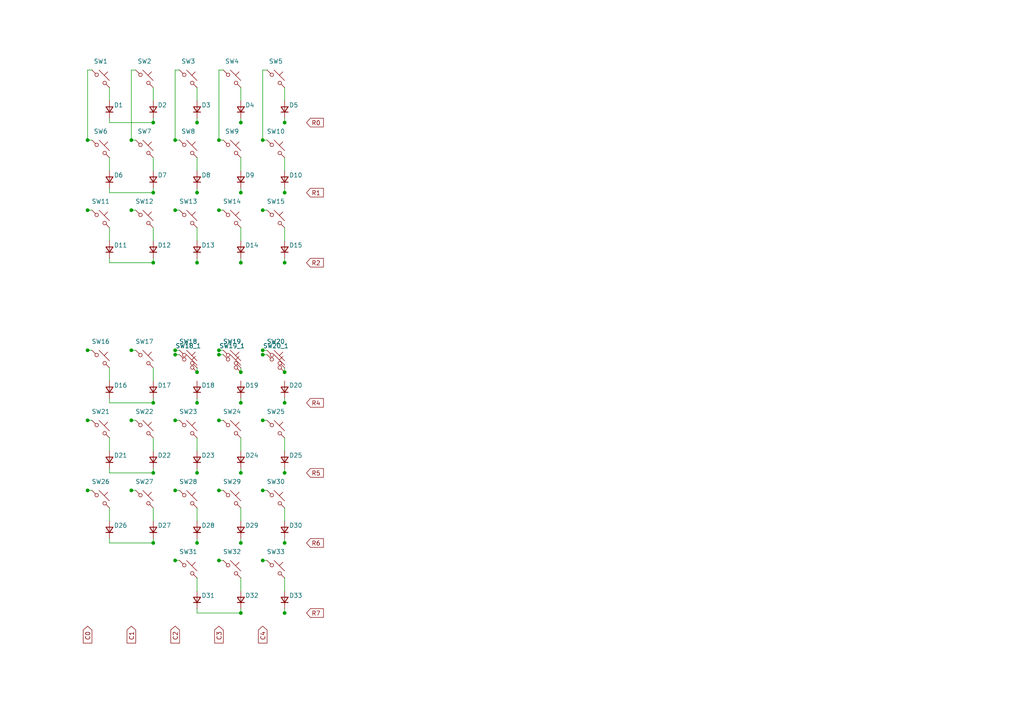
<source format=kicad_sch>
(kicad_sch (version 20230121) (generator eeschema)
  (paper "A4")
  (lib_symbols
    (symbol "Device:D_Small" (pin_numbers hide) (pin_names (offset 0.254) hide)
      (property "Reference" "D" (at -1.27 2.032 0))
      (property "Value" "D_Small" (at -3.81 -2.032 0))
      (symbol "D_Small_0_1"
        (polyline (pts (xy -0.762 -1.016) (xy -0.762 1.016)) (stroke (width 0.254)))
        (polyline (pts (xy -0.762 0) (xy 0.762 0)))
        (polyline (pts (xy 0.762 -1.016) (xy -0.762 0) (xy 0.762 1.016) (xy 0.762 -1.016)) (stroke (width 0.254)))
      )
      (symbol "D_Small_1_1"
        (pin passive line (at -2.54 0 0) (length 1.778) (name "K") (number "1"))
        (pin passive line (at 2.54 0 180) (length 1.778) (name "A") (number "2"))
      )
    )
    (symbol "Switch:SW_Push_45deg" (pin_numbers hide) (pin_names (offset 1.016) hide)
      (property "Reference" "SW" (at 3.048 1.016 0))
      (property "Value" "SW_Push_45deg" (at 0 -3.81 0))
      (symbol "SW_Push_45deg_0_1"
        (circle (center -1.1684 1.1684) (radius 0.508))
        (polyline (pts (xy -0.508 2.54) (xy 2.54 -0.508)))
        (polyline (pts (xy 1.016 1.016) (xy 2.032 2.032)))
        (polyline (pts (xy -2.54 2.54) (xy -1.524 1.524) (xy -1.524 1.524)))
        (polyline (pts (xy 1.524 -1.524) (xy 2.54 -2.54) (xy 2.54 -2.54) (xy 2.54 -2.54)))
        (circle (center 1.143 -1.1938) (radius 0.508))
        (pin passive line (at -2.54 2.54 0) (length 0) (name "1") (number "1"))
        (pin passive line (at 2.54 -2.54 180) (length 0) (name "2") (number "2"))
      )
    )
  )
  (symbol (lib_id "Switch:SW_Push_45deg") (at 29.21 22.86 0) (unit 1)
    (property "Reference" "SW1" (at 29.21 17.78 0))
    (property "Value" "SW_Push" (effects hide))
  )
  (wire (pts (xy 26.67 20.32) (xy 25.4 20.32)))
  (wire (pts (xy 25.4 20.32) (xy 25.4 181.61)))
  (global_label "C0" (shape input) (at 25.4 181.61 270) (property "Intersheetrefs" "${INTERSHEET_REFS}" (effects hide)))
  (symbol (lib_id "Device:D_Small") (at 31.75 31.75 90) (unit 1)
    (property "Reference" "D1" (at 33.02 30.48 90) (effects (justify right)))
    (property "Value" "D" (effects hide))
    (property "Sim.Device" "D" (effects hide))
    (property "Sim.Pins" "1=K 2=A" (effects hide))
  )
  (wire (pts (xy 31.75 25.4) (xy 31.75 29.21)))
  (wire (pts (xy 31.75 34.29) (xy 31.75 35.56)))
  (wire (pts (xy 31.75 35.56) (xy 88.9 35.56)))
  (global_label "R0" (shape input) (at 88.9 35.56 0) (property "Intersheetrefs" "${INTERSHEET_REFS}" (effects hide)))
  (symbol (lib_id "Switch:SW_Push_45deg") (at 41.91 22.86 0) (unit 1)
    (property "Reference" "SW2" (at 41.91 17.78 0))
    (property "Value" "SW_Push" (effects hide))
  )
  (wire (pts (xy 39.37 20.32) (xy 38.1 20.32)))
  (wire (pts (xy 38.1 20.32) (xy 38.1 181.61)))
  (global_label "C1" (shape input) (at 38.1 181.61 270) (property "Intersheetrefs" "${INTERSHEET_REFS}" (effects hide)))
  (symbol (lib_id "Device:D_Small") (at 44.45 31.75 90) (unit 1)
    (property "Reference" "D2" (at 45.72 30.48 90) (effects (justify right)))
    (property "Value" "D" (effects hide))
    (property "Sim.Device" "D" (effects hide))
    (property "Sim.Pins" "1=K 2=A" (effects hide))
  )
  (wire (pts (xy 44.45 25.4) (xy 44.45 29.21)))
  (wire (pts (xy 44.45 34.29) (xy 44.45 35.56)))
  (junction (at 44.45 35.56))
  (symbol (lib_id "Switch:SW_Push_45deg") (at 54.61 22.86 0) (unit 1)
    (property "Reference" "SW3" (at 54.61 17.78 0))
    (property "Value" "SW_Push" (effects hide))
  )
  (wire (pts (xy 52.07 20.32) (xy 50.8 20.32)))
  (wire (pts (xy 50.8 20.32) (xy 50.8 181.61)))
  (global_label "C2" (shape input) (at 50.8 181.61 270) (property "Intersheetrefs" "${INTERSHEET_REFS}" (effects hide)))
  (symbol (lib_id "Device:D_Small") (at 57.15 31.75 90) (unit 1)
    (property "Reference" "D3" (at 58.42 30.48 90) (effects (justify right)))
    (property "Value" "D" (effects hide))
    (property "Sim.Device" "D" (effects hide))
    (property "Sim.Pins" "1=K 2=A" (effects hide))
  )
  (wire (pts (xy 57.15 25.4) (xy 57.15 29.21)))
  (wire (pts (xy 57.15 34.29) (xy 57.15 35.56)))
  (junction (at 57.15 35.56))
  (symbol (lib_id "Switch:SW_Push_45deg") (at 67.31 22.86 0) (unit 1)
    (property "Reference" "SW4" (at 67.31 17.78 0))
    (property "Value" "SW_Push" (effects hide))
  )
  (wire (pts (xy 64.77 20.32) (xy 63.5 20.32)))
  (wire (pts (xy 63.5 20.32) (xy 63.5 181.61)))
  (global_label "C3" (shape input) (at 63.5 181.61 270) (property "Intersheetrefs" "${INTERSHEET_REFS}" (effects hide)))
  (symbol (lib_id "Device:D_Small") (at 69.85 31.75 90) (unit 1)
    (property "Reference" "D4" (at 71.12 30.48 90) (effects (justify right)))
    (property "Value" "D" (effects hide))
    (property "Sim.Device" "D" (effects hide))
    (property "Sim.Pins" "1=K 2=A" (effects hide))
  )
  (wire (pts (xy 69.85 25.4) (xy 69.85 29.21)))
  (wire (pts (xy 69.85 34.29) (xy 69.85 35.56)))
  (junction (at 69.85 35.56))
  (symbol (lib_id "Switch:SW_Push_45deg") (at 80.01 22.86 0) (unit 1)
    (property "Reference" "SW5" (at 80.01 17.78 0))
    (property "Value" "SW_Push" (effects hide))
  )
  (wire (pts (xy 77.47 20.32) (xy 76.2 20.32)))
  (wire (pts (xy 76.2 20.32) (xy 76.2 181.61)))
  (global_label "C4" (shape input) (at 76.2 181.61 270) (property "Intersheetrefs" "${INTERSHEET_REFS}" (effects hide)))
  (symbol (lib_id "Device:D_Small") (at 82.55 31.75 90) (unit 1)
    (property "Reference" "D5" (at 83.82 30.48 90) (effects (justify right)))
    (property "Value" "D" (effects hide))
    (property "Sim.Device" "D" (effects hide))
    (property "Sim.Pins" "1=K 2=A" (effects hide))
  )
  (wire (pts (xy 82.55 25.4) (xy 82.55 29.21)))
  (wire (pts (xy 82.55 34.29) (xy 82.55 35.56)))
  (junction (at 82.55 35.56))
  (symbol (lib_id "Switch:SW_Push_45deg") (at 29.21 43.18 0) (unit 1)
    (property "Reference" "SW6" (at 29.21 38.1 0))
    (property "Value" "SW_Push" (effects hide))
  )
  (wire (pts (xy 26.67 40.64) (xy 25.4 40.64)))
  (junction (at 25.4 40.64))
  (symbol (lib_id "Device:D_Small") (at 31.75 52.07 90) (unit 1)
    (property "Reference" "D6" (at 33.02 50.8 90) (effects (justify right)))
    (property "Value" "D" (effects hide))
    (property "Sim.Device" "D" (effects hide))
    (property "Sim.Pins" "1=K 2=A" (effects hide))
  )
  (wire (pts (xy 31.75 45.72) (xy 31.75 49.53)))
  (wire (pts (xy 31.75 54.61) (xy 31.75 55.88)))
  (wire (pts (xy 31.75 55.88) (xy 88.9 55.88)))
  (global_label "R1" (shape input) (at 88.9 55.88 0) (property "Intersheetrefs" "${INTERSHEET_REFS}" (effects hide)))
  (symbol (lib_id "Switch:SW_Push_45deg") (at 41.91 43.18 0) (unit 1)
    (property "Reference" "SW7" (at 41.91 38.1 0))
    (property "Value" "SW_Push" (effects hide))
  )
  (wire (pts (xy 39.37 40.64) (xy 38.1 40.64)))
  (junction (at 38.1 40.64))
  (symbol (lib_id "Device:D_Small") (at 44.45 52.07 90) (unit 1)
    (property "Reference" "D7" (at 45.72 50.8 90) (effects (justify right)))
    (property "Value" "D" (effects hide))
    (property "Sim.Device" "D" (effects hide))
    (property "Sim.Pins" "1=K 2=A" (effects hide))
  )
  (wire (pts (xy 44.45 45.72) (xy 44.45 49.53)))
  (wire (pts (xy 44.45 54.61) (xy 44.45 55.88)))
  (junction (at 44.45 55.88))
  (symbol (lib_id "Switch:SW_Push_45deg") (at 54.61 43.18 0) (unit 1)
    (property "Reference" "SW8" (at 54.61 38.1 0))
    (property "Value" "SW_Push" (effects hide))
  )
  (wire (pts (xy 52.07 40.64) (xy 50.8 40.64)))
  (junction (at 50.8 40.64))
  (symbol (lib_id "Device:D_Small") (at 57.15 52.07 90) (unit 1)
    (property "Reference" "D8" (at 58.42 50.8 90) (effects (justify right)))
    (property "Value" "D" (effects hide))
    (property "Sim.Device" "D" (effects hide))
    (property "Sim.Pins" "1=K 2=A" (effects hide))
  )
  (wire (pts (xy 57.15 45.72) (xy 57.15 49.53)))
  (wire (pts (xy 57.15 54.61) (xy 57.15 55.88)))
  (junction (at 57.15 55.88))
  (symbol (lib_id "Switch:SW_Push_45deg") (at 67.31 43.18 0) (unit 1)
    (property "Reference" "SW9" (at 67.31 38.1 0))
    (property "Value" "SW_Push" (effects hide))
  )
  (wire (pts (xy 64.77 40.64) (xy 63.5 40.64)))
  (junction (at 63.5 40.64))
  (symbol (lib_id "Device:D_Small") (at 69.85 52.07 90) (unit 1)
    (property "Reference" "D9" (at 71.12 50.8 90) (effects (justify right)))
    (property "Value" "D" (effects hide))
    (property "Sim.Device" "D" (effects hide))
    (property "Sim.Pins" "1=K 2=A" (effects hide))
  )
  (wire (pts (xy 69.85 45.72) (xy 69.85 49.53)))
  (wire (pts (xy 69.85 54.61) (xy 69.85 55.88)))
  (junction (at 69.85 55.88))
  (symbol (lib_id "Switch:SW_Push_45deg") (at 80.01 43.18 0) (unit 1)
    (property "Reference" "SW10" (at 80.01 38.1 0))
    (property "Value" "SW_Push" (effects hide))
  )
  (wire (pts (xy 77.47 40.64) (xy 76.2 40.64)))
  (junction (at 76.2 40.64))
  (symbol (lib_id "Device:D_Small") (at 82.55 52.07 90) (unit 1)
    (property "Reference" "D10" (at 83.82 50.8 90) (effects (justify right)))
    (property "Value" "D" (effects hide))
    (property "Sim.Device" "D" (effects hide))
    (property "Sim.Pins" "1=K 2=A" (effects hide))
  )
  (wire (pts (xy 82.55 45.72) (xy 82.55 49.53)))
  (wire (pts (xy 82.55 54.61) (xy 82.55 55.88)))
  (junction (at 82.55 55.88))
  (symbol (lib_id "Switch:SW_Push_45deg") (at 29.21 63.5 0) (unit 1)
    (property "Reference" "SW11" (at 29.21 58.42 0))
    (property "Value" "SW_Push" (effects hide))
  )
  (wire (pts (xy 26.67 60.96) (xy 25.4 60.96)))
  (junction (at 25.4 60.96))
  (symbol (lib_id "Device:D_Small") (at 31.75 72.39 90) (unit 1)
    (property "Reference" "D11" (at 33.02 71.12 90) (effects (justify right)))
    (property "Value" "D" (effects hide))
    (property "Sim.Device" "D" (effects hide))
    (property "Sim.Pins" "1=K 2=A" (effects hide))
  )
  (wire (pts (xy 31.75 66.04) (xy 31.75 69.85)))
  (wire (pts (xy 31.75 74.93) (xy 31.75 76.2)))
  (wire (pts (xy 31.75 76.2) (xy 88.9 76.2)))
  (global_label "R2" (shape input) (at 88.9 76.2 0) (property "Intersheetrefs" "${INTERSHEET_REFS}" (effects hide)))
  (symbol (lib_id "Switch:SW_Push_45deg") (at 41.91 63.5 0) (unit 1)
    (property "Reference" "SW12" (at 41.91 58.42 0))
    (property "Value" "SW_Push" (effects hide))
  )
  (wire (pts (xy 39.37 60.96) (xy 38.1 60.96)))
  (junction (at 38.1 60.96))
  (symbol (lib_id "Device:D_Small") (at 44.45 72.39 90) (unit 1)
    (property "Reference" "D12" (at 45.72 71.12 90) (effects (justify right)))
    (property "Value" "D" (effects hide))
    (property "Sim.Device" "D" (effects hide))
    (property "Sim.Pins" "1=K 2=A" (effects hide))
  )
  (wire (pts (xy 44.45 66.04) (xy 44.45 69.85)))
  (wire (pts (xy 44.45 74.93) (xy 44.45 76.2)))
  (junction (at 44.45 76.2))
  (symbol (lib_id "Switch:SW_Push_45deg") (at 54.61 63.5 0) (unit 1)
    (property "Reference" "SW13" (at 54.61 58.42 0))
    (property "Value" "SW_Push" (effects hide))
  )
  (wire (pts (xy 52.07 60.96) (xy 50.8 60.96)))
  (junction (at 50.8 60.96))
  (symbol (lib_id "Device:D_Small") (at 57.15 72.39 90) (unit 1)
    (property "Reference" "D13" (at 58.42 71.12 90) (effects (justify right)))
    (property "Value" "D" (effects hide))
    (property "Sim.Device" "D" (effects hide))
    (property "Sim.Pins" "1=K 2=A" (effects hide))
  )
  (wire (pts (xy 57.15 66.04) (xy 57.15 69.85)))
  (wire (pts (xy 57.15 74.93) (xy 57.15 76.2)))
  (junction (at 57.15 76.2))
  (symbol (lib_id "Switch:SW_Push_45deg") (at 67.31 63.5 0) (unit 1)
    (property "Reference" "SW14" (at 67.31 58.42 0))
    (property "Value" "SW_Push" (effects hide))
  )
  (wire (pts (xy 64.77 60.96) (xy 63.5 60.96)))
  (junction (at 63.5 60.96))
  (symbol (lib_id "Device:D_Small") (at 69.85 72.39 90) (unit 1)
    (property "Reference" "D14" (at 71.12 71.12 90) (effects (justify right)))
    (property "Value" "D" (effects hide))
    (property "Sim.Device" "D" (effects hide))
    (property "Sim.Pins" "1=K 2=A" (effects hide))
  )
  (wire (pts (xy 69.85 66.04) (xy 69.85 69.85)))
  (wire (pts (xy 69.85 74.93) (xy 69.85 76.2)))
  (junction (at 69.85 76.2))
  (symbol (lib_id "Switch:SW_Push_45deg") (at 80.01 63.5 0) (unit 1)
    (property "Reference" "SW15" (at 80.01 58.42 0))
    (property "Value" "SW_Push" (effects hide))
  )
  (wire (pts (xy 77.47 60.96) (xy 76.2 60.96)))
  (junction (at 76.2 60.96))
  (symbol (lib_id "Device:D_Small") (at 82.55 72.39 90) (unit 1)
    (property "Reference" "D15" (at 83.82 71.12 90) (effects (justify right)))
    (property "Value" "D" (effects hide))
    (property "Sim.Device" "D" (effects hide))
    (property "Sim.Pins" "1=K 2=A" (effects hide))
  )
  (wire (pts (xy 82.55 66.04) (xy 82.55 69.85)))
  (wire (pts (xy 82.55 74.93) (xy 82.55 76.2)))
  (junction (at 82.55 76.2))
  (symbol (lib_id "Switch:SW_Push_45deg") (at 29.21 104.14 0) (unit 1)
    (property "Reference" "SW16" (at 29.21 99.06 0))
    (property "Value" "SW_Push" (effects hide))
  )
  (wire (pts (xy 26.67 101.6) (xy 25.4 101.6)))
  (junction (at 25.4 101.6))
  (symbol (lib_id "Device:D_Small") (at 31.75 113.03 90) (unit 1)
    (property "Reference" "D16" (at 33.02 111.76 90) (effects (justify right)))
    (property "Value" "D" (effects hide))
    (property "Sim.Device" "D" (effects hide))
    (property "Sim.Pins" "1=K 2=A" (effects hide))
  )
  (wire (pts (xy 31.75 106.68) (xy 31.75 110.49)))
  (wire (pts (xy 31.75 115.57) (xy 31.75 116.84)))
  (wire (pts (xy 31.75 116.84) (xy 88.9 116.84)))
  (global_label "R4" (shape input) (at 88.9 116.84 0) (property "Intersheetrefs" "${INTERSHEET_REFS}" (effects hide)))
  (symbol (lib_id "Switch:SW_Push_45deg") (at 41.91 104.14 0) (unit 1)
    (property "Reference" "SW17" (at 41.91 99.06 0))
    (property "Value" "SW_Push" (effects hide))
  )
  (wire (pts (xy 39.37 101.6) (xy 38.1 101.6)))
  (junction (at 38.1 101.6))
  (symbol (lib_id "Device:D_Small") (at 44.45 113.03 90) (unit 1)
    (property "Reference" "D17" (at 45.72 111.76 90) (effects (justify right)))
    (property "Value" "D" (effects hide))
    (property "Sim.Device" "D" (effects hide))
    (property "Sim.Pins" "1=K 2=A" (effects hide))
  )
  (wire (pts (xy 44.45 106.68) (xy 44.45 110.49)))
  (wire (pts (xy 44.45 115.57) (xy 44.45 116.84)))
  (junction (at 44.45 116.84))
  (symbol (lib_id "Switch:SW_Push_45deg") (at 54.61 104.14 0) (unit 1)
    (property "Reference" "SW18" (at 54.61 99.06 0))
    (property "Value" "SW_Push" (effects hide))
  )
  (wire (pts (xy 52.07 101.6) (xy 50.8 101.6)))
  (junction (at 50.8 101.6))
  (symbol (lib_id "Device:D_Small") (at 57.15 113.03 90) (unit 1)
    (property "Reference" "D18" (at 58.42 111.76 90) (effects (justify right)))
    (property "Value" "D" (effects hide))
    (property "Sim.Device" "D" (effects hide))
    (property "Sim.Pins" "1=K 2=A" (effects hide))
  )
  (wire (pts (xy 57.15 106.68) (xy 57.15 110.49)))
  (wire (pts (xy 57.15 115.57) (xy 57.15 116.84)))
  (junction (at 57.15 116.84))
  (symbol (lib_id "Switch:SW_Push_45deg") (at 54.61 105.41 0) (unit 1)
    (property "Reference" "SW18_1" (at 54.61 100.33 0))
    (property "Value" "SW_Push" (effects hide))
  )
  (junction (at 57.15 107.95))
  (wire (pts (xy 52.07 102.87) (xy 50.8 102.87)))
  (junction (at 50.8 102.87))
  (symbol (lib_id "Switch:SW_Push_45deg") (at 67.31 104.14 0) (unit 1)
    (property "Reference" "SW19" (at 67.31 99.06 0))
    (property "Value" "SW_Push" (effects hide))
  )
  (wire (pts (xy 64.77 101.6) (xy 63.5 101.6)))
  (junction (at 63.5 101.6))
  (symbol (lib_id "Device:D_Small") (at 69.85 113.03 90) (unit 1)
    (property "Reference" "D19" (at 71.12 111.76 90) (effects (justify right)))
    (property "Value" "D" (effects hide))
    (property "Sim.Device" "D" (effects hide))
    (property "Sim.Pins" "1=K 2=A" (effects hide))
  )
  (wire (pts (xy 69.85 106.68) (xy 69.85 110.49)))
  (wire (pts (xy 69.85 115.57) (xy 69.85 116.84)))
  (junction (at 69.85 116.84))
  (symbol (lib_id "Switch:SW_Push_45deg") (at 67.31 105.41 0) (unit 1)
    (property "Reference" "SW19_1" (at 67.31 100.33 0))
    (property "Value" "SW_Push" (effects hide))
  )
  (junction (at 69.85 107.95))
  (wire (pts (xy 64.77 102.87) (xy 63.5 102.87)))
  (junction (at 63.5 102.87))
  (symbol (lib_id "Switch:SW_Push_45deg") (at 80.01 104.14 0) (unit 1)
    (property "Reference" "SW20" (at 80.01 99.06 0))
    (property "Value" "SW_Push" (effects hide))
  )
  (wire (pts (xy 77.47 101.6) (xy 76.2 101.6)))
  (junction (at 76.2 101.6))
  (symbol (lib_id "Device:D_Small") (at 82.55 113.03 90) (unit 1)
    (property "Reference" "D20" (at 83.82 111.76 90) (effects (justify right)))
    (property "Value" "D" (effects hide))
    (property "Sim.Device" "D" (effects hide))
    (property "Sim.Pins" "1=K 2=A" (effects hide))
  )
  (wire (pts (xy 82.55 106.68) (xy 82.55 110.49)))
  (wire (pts (xy 82.55 115.57) (xy 82.55 116.84)))
  (junction (at 82.55 116.84))
  (symbol (lib_id "Switch:SW_Push_45deg") (at 80.01 105.41 0) (unit 1)
    (property "Reference" "SW20_1" (at 80.01 100.33 0))
    (property "Value" "SW_Push" (effects hide))
  )
  (junction (at 82.55 107.95))
  (wire (pts (xy 77.47 102.87) (xy 76.2 102.87)))
  (junction (at 76.2 102.87))
  (symbol (lib_id "Switch:SW_Push_45deg") (at 29.21 124.46 0) (unit 1)
    (property "Reference" "SW21" (at 29.21 119.38 0))
    (property "Value" "SW_Push" (effects hide))
  )
  (wire (pts (xy 26.67 121.92) (xy 25.4 121.92)))
  (junction (at 25.4 121.92))
  (symbol (lib_id "Device:D_Small") (at 31.75 133.35 90) (unit 1)
    (property "Reference" "D21" (at 33.02 132.08 90) (effects (justify right)))
    (property "Value" "D" (effects hide))
    (property "Sim.Device" "D" (effects hide))
    (property "Sim.Pins" "1=K 2=A" (effects hide))
  )
  (wire (pts (xy 31.75 127.0) (xy 31.75 130.81)))
  (wire (pts (xy 31.75 135.89) (xy 31.75 137.16)))
  (wire (pts (xy 31.75 137.16) (xy 88.9 137.16)))
  (global_label "R5" (shape input) (at 88.9 137.16 0) (property "Intersheetrefs" "${INTERSHEET_REFS}" (effects hide)))
  (symbol (lib_id "Switch:SW_Push_45deg") (at 41.91 124.46 0) (unit 1)
    (property "Reference" "SW22" (at 41.91 119.38 0))
    (property "Value" "SW_Push" (effects hide))
  )
  (wire (pts (xy 39.37 121.92) (xy 38.1 121.92)))
  (junction (at 38.1 121.92))
  (symbol (lib_id "Device:D_Small") (at 44.45 133.35 90) (unit 1)
    (property "Reference" "D22" (at 45.72 132.08 90) (effects (justify right)))
    (property "Value" "D" (effects hide))
    (property "Sim.Device" "D" (effects hide))
    (property "Sim.Pins" "1=K 2=A" (effects hide))
  )
  (wire (pts (xy 44.45 127.0) (xy 44.45 130.81)))
  (wire (pts (xy 44.45 135.89) (xy 44.45 137.16)))
  (junction (at 44.45 137.16))
  (symbol (lib_id "Switch:SW_Push_45deg") (at 54.61 124.46 0) (unit 1)
    (property "Reference" "SW23" (at 54.61 119.38 0))
    (property "Value" "SW_Push" (effects hide))
  )
  (wire (pts (xy 52.07 121.92) (xy 50.8 121.92)))
  (junction (at 50.8 121.92))
  (symbol (lib_id "Device:D_Small") (at 57.15 133.35 90) (unit 1)
    (property "Reference" "D23" (at 58.42 132.08 90) (effects (justify right)))
    (property "Value" "D" (effects hide))
    (property "Sim.Device" "D" (effects hide))
    (property "Sim.Pins" "1=K 2=A" (effects hide))
  )
  (wire (pts (xy 57.15 127.0) (xy 57.15 130.81)))
  (wire (pts (xy 57.15 135.89) (xy 57.15 137.16)))
  (junction (at 57.15 137.16))
  (symbol (lib_id "Switch:SW_Push_45deg") (at 67.31 124.46 0) (unit 1)
    (property "Reference" "SW24" (at 67.31 119.38 0))
    (property "Value" "SW_Push" (effects hide))
  )
  (wire (pts (xy 64.77 121.92) (xy 63.5 121.92)))
  (junction (at 63.5 121.92))
  (symbol (lib_id "Device:D_Small") (at 69.85 133.35 90) (unit 1)
    (property "Reference" "D24" (at 71.12 132.08 90) (effects (justify right)))
    (property "Value" "D" (effects hide))
    (property "Sim.Device" "D" (effects hide))
    (property "Sim.Pins" "1=K 2=A" (effects hide))
  )
  (wire (pts (xy 69.85 127.0) (xy 69.85 130.81)))
  (wire (pts (xy 69.85 135.89) (xy 69.85 137.16)))
  (junction (at 69.85 137.16))
  (symbol (lib_id "Switch:SW_Push_45deg") (at 80.01 124.46 0) (unit 1)
    (property "Reference" "SW25" (at 80.01 119.38 0))
    (property "Value" "SW_Push" (effects hide))
  )
  (wire (pts (xy 77.47 121.92) (xy 76.2 121.92)))
  (junction (at 76.2 121.92))
  (symbol (lib_id "Device:D_Small") (at 82.55 133.35 90) (unit 1)
    (property "Reference" "D25" (at 83.82 132.08 90) (effects (justify right)))
    (property "Value" "D" (effects hide))
    (property "Sim.Device" "D" (effects hide))
    (property "Sim.Pins" "1=K 2=A" (effects hide))
  )
  (wire (pts (xy 82.55 127.0) (xy 82.55 130.81)))
  (wire (pts (xy 82.55 135.89) (xy 82.55 137.16)))
  (junction (at 82.55 137.16))
  (symbol (lib_id "Switch:SW_Push_45deg") (at 29.21 144.78 0) (unit 1)
    (property "Reference" "SW26" (at 29.21 139.7 0))
    (property "Value" "SW_Push" (effects hide))
  )
  (wire (pts (xy 26.67 142.24) (xy 25.4 142.24)))
  (junction (at 25.4 142.24))
  (symbol (lib_id "Device:D_Small") (at 31.75 153.67 90) (unit 1)
    (property "Reference" "D26" (at 33.02 152.4 90) (effects (justify right)))
    (property "Value" "D" (effects hide))
    (property "Sim.Device" "D" (effects hide))
    (property "Sim.Pins" "1=K 2=A" (effects hide))
  )
  (wire (pts (xy 31.75 147.32) (xy 31.75 151.13)))
  (wire (pts (xy 31.75 156.21) (xy 31.75 157.48)))
  (wire (pts (xy 31.75 157.48) (xy 88.9 157.48)))
  (global_label "R6" (shape input) (at 88.9 157.48 0) (property "Intersheetrefs" "${INTERSHEET_REFS}" (effects hide)))
  (symbol (lib_id "Switch:SW_Push_45deg") (at 41.91 144.78 0) (unit 1)
    (property "Reference" "SW27" (at 41.91 139.7 0))
    (property "Value" "SW_Push" (effects hide))
  )
  (wire (pts (xy 39.37 142.24) (xy 38.1 142.24)))
  (junction (at 38.1 142.24))
  (symbol (lib_id "Device:D_Small") (at 44.45 153.67 90) (unit 1)
    (property "Reference" "D27" (at 45.72 152.4 90) (effects (justify right)))
    (property "Value" "D" (effects hide))
    (property "Sim.Device" "D" (effects hide))
    (property "Sim.Pins" "1=K 2=A" (effects hide))
  )
  (wire (pts (xy 44.45 147.32) (xy 44.45 151.13)))
  (wire (pts (xy 44.45 156.21) (xy 44.45 157.48)))
  (junction (at 44.45 157.48))
  (symbol (lib_id "Switch:SW_Push_45deg") (at 54.61 144.78 0) (unit 1)
    (property "Reference" "SW28" (at 54.61 139.7 0))
    (property "Value" "SW_Push" (effects hide))
  )
  (wire (pts (xy 52.07 142.24) (xy 50.8 142.24)))
  (junction (at 50.8 142.24))
  (symbol (lib_id "Device:D_Small") (at 57.15 153.67 90) (unit 1)
    (property "Reference" "D28" (at 58.42 152.4 90) (effects (justify right)))
    (property "Value" "D" (effects hide))
    (property "Sim.Device" "D" (effects hide))
    (property "Sim.Pins" "1=K 2=A" (effects hide))
  )
  (wire (pts (xy 57.15 147.32) (xy 57.15 151.13)))
  (wire (pts (xy 57.15 156.21) (xy 57.15 157.48)))
  (junction (at 57.15 157.48))
  (symbol (lib_id "Switch:SW_Push_45deg") (at 67.31 144.78 0) (unit 1)
    (property "Reference" "SW29" (at 67.31 139.7 0))
    (property "Value" "SW_Push" (effects hide))
  )
  (wire (pts (xy 64.77 142.24) (xy 63.5 142.24)))
  (junction (at 63.5 142.24))
  (symbol (lib_id "Device:D_Small") (at 69.85 153.67 90) (unit 1)
    (property "Reference" "D29" (at 71.12 152.4 90) (effects (justify right)))
    (property "Value" "D" (effects hide))
    (property "Sim.Device" "D" (effects hide))
    (property "Sim.Pins" "1=K 2=A" (effects hide))
  )
  (wire (pts (xy 69.85 147.32) (xy 69.85 151.13)))
  (wire (pts (xy 69.85 156.21) (xy 69.85 157.48)))
  (junction (at 69.85 157.48))
  (symbol (lib_id "Switch:SW_Push_45deg") (at 80.01 144.78 0) (unit 1)
    (property "Reference" "SW30" (at 80.01 139.7 0))
    (property "Value" "SW_Push" (effects hide))
  )
  (wire (pts (xy 77.47 142.24) (xy 76.2 142.24)))
  (junction (at 76.2 142.24))
  (symbol (lib_id "Device:D_Small") (at 82.55 153.67 90) (unit 1)
    (property "Reference" "D30" (at 83.82 152.4 90) (effects (justify right)))
    (property "Value" "D" (effects hide))
    (property "Sim.Device" "D" (effects hide))
    (property "Sim.Pins" "1=K 2=A" (effects hide))
  )
  (wire (pts (xy 82.55 147.32) (xy 82.55 151.13)))
  (wire (pts (xy 82.55 156.21) (xy 82.55 157.48)))
  (junction (at 82.55 157.48))
  (symbol (lib_id "Switch:SW_Push_45deg") (at 54.61 165.1 0) (unit 1)
    (property "Reference" "SW31" (at 54.61 160.02 0))
    (property "Value" "SW_Push" (effects hide))
  )
  (wire (pts (xy 52.07 162.56) (xy 50.8 162.56)))
  (junction (at 50.8 162.56))
  (symbol (lib_id "Device:D_Small") (at 57.15 173.99 90) (unit 1)
    (property "Reference" "D31" (at 58.42 172.72 90) (effects (justify right)))
    (property "Value" "D" (effects hide))
    (property "Sim.Device" "D" (effects hide))
    (property "Sim.Pins" "1=K 2=A" (effects hide))
  )
  (wire (pts (xy 57.15 167.64) (xy 57.15 171.45)))
  (wire (pts (xy 57.15 176.53) (xy 57.15 177.8)))
  (wire (pts (xy 57.15 177.8) (xy 88.9 177.8)))
  (global_label "R7" (shape input) (at 88.9 177.8 0) (property "Intersheetrefs" "${INTERSHEET_REFS}" (effects hide)))
  (symbol (lib_id "Switch:SW_Push_45deg") (at 67.31 165.1 0) (unit 1)
    (property "Reference" "SW32" (at 67.31 160.02 0))
    (property "Value" "SW_Push" (effects hide))
  )
  (wire (pts (xy 64.77 162.56) (xy 63.5 162.56)))
  (junction (at 63.5 162.56))
  (symbol (lib_id "Device:D_Small") (at 69.85 173.99 90) (unit 1)
    (property "Reference" "D32" (at 71.12 172.72 90) (effects (justify right)))
    (property "Value" "D" (effects hide))
    (property "Sim.Device" "D" (effects hide))
    (property "Sim.Pins" "1=K 2=A" (effects hide))
  )
  (wire (pts (xy 69.85 167.64) (xy 69.85 171.45)))
  (wire (pts (xy 69.85 176.53) (xy 69.85 177.8)))
  (junction (at 69.85 177.8))
  (symbol (lib_id "Switch:SW_Push_45deg") (at 80.01 165.1 0) (unit 1)
    (property "Reference" "SW33" (at 80.01 160.02 0))
    (property "Value" "SW_Push" (effects hide))
  )
  (wire (pts (xy 77.47 162.56) (xy 76.2 162.56)))
  (junction (at 76.2 162.56))
  (symbol (lib_id "Device:D_Small") (at 82.55 173.99 90) (unit 1)
    (property "Reference" "D33" (at 83.82 172.72 90) (effects (justify right)))
    (property "Value" "D" (effects hide))
    (property "Sim.Device" "D" (effects hide))
    (property "Sim.Pins" "1=K 2=A" (effects hide))
  )
  (wire (pts (xy 82.55 167.64) (xy 82.55 171.45)))
  (wire (pts (xy 82.55 176.53) (xy 82.55 177.8)))
  (junction (at 82.55 177.8))
)
</source>
